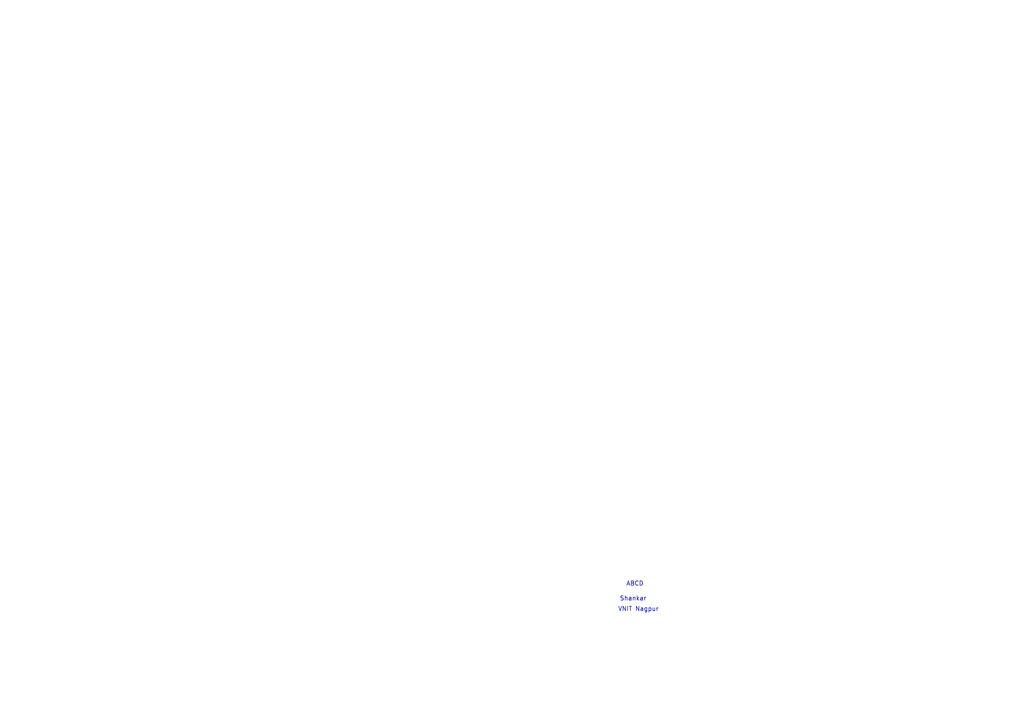
<source format=kicad_sch>
(kicad_sch
	(version 20231120)
	(generator "eeschema")
	(generator_version "8.0")
	(uuid "e63e39d7-6ac0-4ffd-8aa3-1841a4541b55")
	(paper "A4")
	(title_block
		(date "15 nov 2012")
	)
	(lib_symbols)
	(text "VNIT Nagpur"
		(exclude_from_sim no)
		(at 185.166 176.784 0)
		(effects
			(font
				(size 1.27 1.27)
			)
		)
		(uuid "634e693f-8d09-470e-81ed-5de87a86dd25")
	)
	(text "Shankar"
		(exclude_from_sim no)
		(at 183.642 173.736 0)
		(effects
			(font
				(size 1.27 1.27)
			)
		)
		(uuid "64cc70c4-fee2-4304-8e4b-308d79098bd7")
	)
	(text "ABCD"
		(exclude_from_sim no)
		(at 184.15 169.418 0)
		(effects
			(font
				(size 1.27 1.27)
			)
		)
		(uuid "9e5a6e11-4704-4470-9d6a-86593a96c5aa")
	)
	(sheet_instances
		(path "/"
			(page "1")
		)
	)
)

</source>
